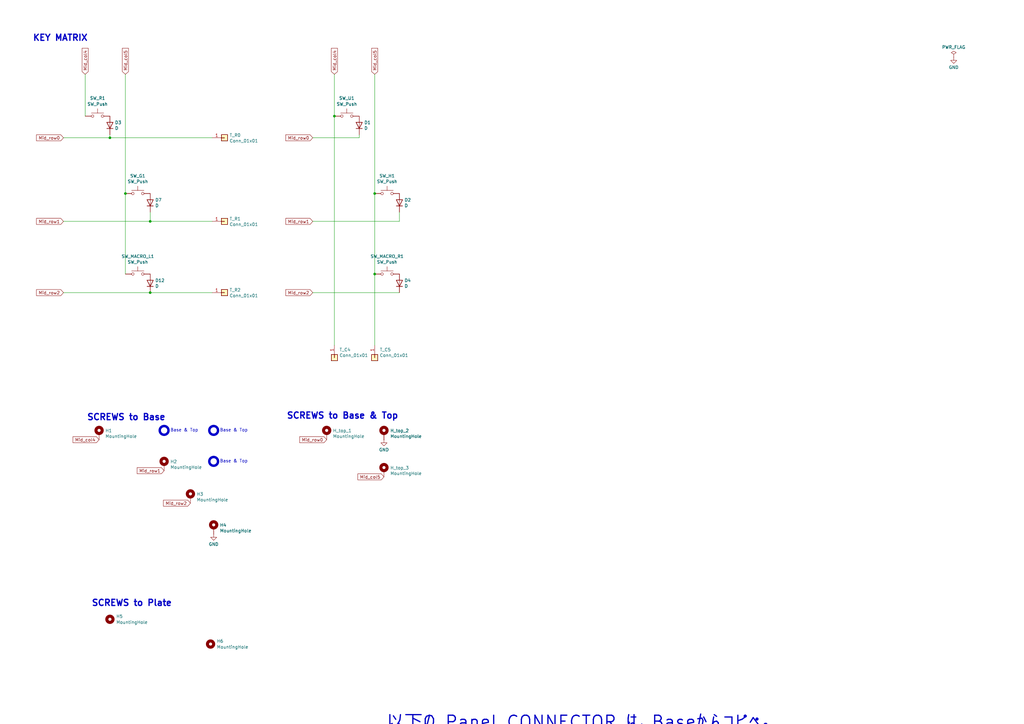
<source format=kicad_sch>
(kicad_sch (version 20231120) (generator "eeschema") (generator_version "8.0")
  (paper "A3")
  (title_block (title "Sandy") (date "2023-01-04") (rev "v.0") (company "@jpskenn"))
  (lib_symbols
    (symbol "Connector_Generic:Conn_01x01" (pin_names (offset 1.016) hide)
      (property "Reference" "J" (at 0 2.54 0))
      (property "Value" "Conn_01x01" (at 0 -2.54 0))
      (symbol "Conn_01x01_1_1"
        (rectangle (start -1.27 0.127) (end 0 -0.127) (stroke (width 0.1524)))
        (rectangle (start -1.27 1.27) (end 1.27 -1.27) (stroke (width 0.254)) (fill (type background)))
        (pin passive line (at -5.08 0 0) (length 3.81) (name "Pin_1") (number "1"))
      )
    )
    (symbol "Device:D" (pin_numbers hide) (pin_names (offset 1.016) hide)
      (property "Reference" "D" (at 0 2.54 0))
      (property "Value" "D" (at 0 -2.54 0))
      (symbol "D_0_1"
        (polyline (pts (xy -1.27 1.27) (xy -1.27 -1.27)) (stroke (width 0.254)))
        (polyline (pts (xy 1.27 0) (xy -1.27 0)))
        (polyline (pts (xy 1.27 1.27) (xy 1.27 -1.27) (xy -1.27 0) (xy 1.27 1.27)) (stroke (width 0.254)))
      )
      (symbol "D_1_1"
        (pin passive line (at -3.81 0 0) (length 2.54) (name "K") (number "1"))
        (pin passive line (at 3.81 0 180) (length 2.54) (name "A") (number "2"))
      )
    )
    (symbol "Mechanical:MountingHole" (pin_names (offset 1.016)) (exclude_from_sim yes) (in_bom no)
      (property "Reference" "H" (at 0 5.08 0))
      (property "Value" "MountingHole" (at 0 3.175 0))
      (symbol "MountingHole_0_1"
        (circle (center 0 0) (radius 1.27) (stroke (width 1.27)))
      )
    )
    (symbol "Mechanical:MountingHole_Pad" (pin_numbers hide) (pin_names (offset 1.016) hide)
      (property "Reference" "H" (at 0 6.35 0))
      (property "Value" "MountingHole_Pad" (at 0 4.445 0))
      (symbol "MountingHole_Pad_0_1"
        (circle (center 0 1.27) (radius 1.27) (stroke (width 1.27)))
      )
      (symbol "MountingHole_Pad_1_1"
        (pin input line (at 0 -2.54 90) (length 2.54) (name "1") (number "1"))
      )
    )
    (symbol "Switch:SW_Push" (pin_numbers hide) (pin_names (offset 1.016) hide)
      (property "Reference" "SW" (at 1.27 2.54 0))
      (property "Value" "SW_Push" (at 0 -1.524 0))
      (symbol "SW_Push_0_1"
        (circle (center -2.032 0) (radius 0.508))
        (polyline (pts (xy 0 1.27) (xy 0 3.048)))
        (polyline (pts (xy 2.54 1.27) (xy -2.54 1.27)))
        (circle (center 2.032 0) (radius 0.508))
        (pin passive line (at -5.08 0 0) (length 2.54) (name "1") (number "1"))
        (pin passive line (at 5.08 0 180) (length 2.54) (name "2") (number "2"))
      )
    )
    (symbol "power:GND" (power) (pin_numbers hide) (pin_names (offset 0) hide)
      (property "Value" "GND" (at 0 -3.81 0))
      (symbol "GND_0_1"
        (polyline (pts (xy 0 0) (xy 0 -1.27) (xy 1.27 -1.27) (xy 0 -2.54) (xy -1.27 -1.27) (xy 0 -1.27)))
      )
      (symbol "GND_1_1"
        (pin power_in line (at 0 0 270) (length 0) (name "~") (number "1"))
      )
    )
    (symbol "power:PWR_FLAG" (power) (pin_numbers hide) (pin_names (offset 0) hide)
      (property "Value" "PWR_FLAG" (at 0 3.81 0))
      (symbol "PWR_FLAG_0_0"
        (pin power_out line (at 0 0 90) (length 0) (name "~") (number "1"))
      )
      (symbol "PWR_FLAG_0_1"
        (polyline (pts (xy 0 0) (xy 0 1.27) (xy -1.016 1.905) (xy 0 2.54) (xy 1.016 1.905) (xy 0 1.27)))
      )
    )
  )
  (bus_alias "def-a" (members "row0" "row5" "col0" "col1"))
  (junction (at 137.16 47.625))
  (junction (at 61.595 90.805))
  (junction (at 61.595 120.015))
  (junction (at 153.67 112.395))
  (junction (at 153.67 79.375))
  (junction (at 51.435 79.375))
  (junction (at 45.085 56.515))
  (wire (pts (xy 137.16 47.625) (xy 137.16 141.605)))
  (wire (pts (xy 153.67 112.395) (xy 153.67 141.605)))
  (wire (pts (xy 45.085 56.515) (xy 86.995 56.515)))
  (wire (pts (xy 128.27 56.515) (xy 147.32 56.515)))
  (wire (pts (xy 26.035 90.805) (xy 61.595 90.805)))
  (wire (pts (xy 128.27 120.015) (xy 163.83 120.015)))
  (wire (pts (xy 34.925 30.48) (xy 34.925 47.625)))
  (wire (pts (xy 45.085 55.245) (xy 45.085 56.515)))
  (wire (pts (xy 128.27 90.805) (xy 163.83 90.805)))
  (wire (pts (xy 163.83 86.995) (xy 163.83 90.805)))
  (wire (pts (xy 61.595 86.995) (xy 61.595 90.805)))
  (wire (pts (xy 153.67 79.375) (xy 153.67 112.395)))
  (wire (pts (xy 51.435 30.48) (xy 51.435 79.375)))
  (wire (pts (xy 147.32 55.245) (xy 147.32 56.515)))
  (wire (pts (xy 61.595 120.015) (xy 86.995 120.015)))
  (wire (pts (xy 26.035 56.515) (xy 45.085 56.515)))
  (wire (pts (xy 51.435 79.375) (xy 51.435 112.395)))
  (wire (pts (xy 153.67 30.48) (xy 153.67 79.375)))
  (wire (pts (xy 137.16 30.48) (xy 137.16 47.625)))
  (wire (pts (xy 61.595 90.805) (xy 86.995 90.805)))
  (wire (pts (xy 26.035 120.015) (xy 61.595 120.015)))
  (circle (center 87.63 176.53) (radius 1.7961) (stroke (width 1)))
  (circle (center 67.31 176.53) (radius 1.7961) (stroke (width 1)))
  (circle (center 87.63 189.23) (radius 1.7961) (stroke (width 1)))
  (text "Base & Top" (at 95.885 189.23 0) (effects (font (size 1.27 1.27))))
  (text "Base & Top" (at 95.885 176.53 0) (effects (font (size 1.27 1.27))))
  (text "以下の Panel CONNECTOR は、Baseからコピペ。\nERCの警告「別パネルのラベルがどこにも接続されていない」は、無視してOK。\n\n！！！他の警告（ラベルかぶりとか）は、しっかりチェックせよ！！！" (at 158.115 323.85 0) (effects (font (size 5.08 5.08) (thickness 0.508) (bold yes)) (justify left bottom)))
  (text "SCREWS to Plate" (at 37.465 248.92 0) (effects (font (size 2.54 2.54) (thickness 0.508) (bold yes)) (justify left bottom)))
  (text "SCREWS to Base" (at 35.56 172.72 0) (effects (font (size 2.54 2.54) (thickness 0.508) (bold yes)) (justify left bottom)))
  (text "SCREWS to Base & Top" (at 117.475 172.085 0) (effects (font (size 2.54 2.54) (thickness 0.508) (bold yes)) (justify left bottom)))
  (text "KEY MATRIX" (at 13.335 17.145 0) (effects (font (size 2.54 2.54) (thickness 0.508) (bold yes)) (justify left bottom)))
  (text "Base & Top" (at 75.565 176.53 0) (effects (font (size 1.27 1.27))))
  (global_label "Mid_col4" (shape input) (at 34.925 30.48 90) (property "Intersheetrefs" "${INTERSHEET_REFS}" (effects (hide yes))) (property "シート間のリファレンス" "${INTERSHEET_REFS}" (effects (hide yes))))
  (global_label "Mid_row1" (shape input) (at 26.035 90.805 180) (property "Intersheetrefs" "${INTERSHEET_REFS}" (effects (hide yes))) (property "シート間のリファレンス" "${INTERSHEET_REFS}" (effects (hide yes))))
  (global_label "Mid_row1" (shape input) (at 67.31 193.04 180) (property "Intersheetrefs" "${INTERSHEET_REFS}" (effects (hide yes))) (property "シート間のリファレンス" "${INTERSHEET_REFS}" (effects (hide yes))))
  (global_label "Mid_row1" (shape input) (at 128.27 90.805 180) (property "Intersheetrefs" "${INTERSHEET_REFS}" (effects (hide yes))) (property "シート間のリファレンス" "${INTERSHEET_REFS}" (effects (hide yes))))
  (global_label "Mid_row2" (shape input) (at 78.105 206.375 180) (property "Intersheetrefs" "${INTERSHEET_REFS}" (effects (hide yes))) (property "シート間のリファレンス" "${INTERSHEET_REFS}" (effects (hide yes))))
  (global_label "Mid_row2" (shape input) (at 26.035 120.015 180) (property "Intersheetrefs" "${INTERSHEET_REFS}" (effects (hide yes))) (property "シート間のリファレンス" "${INTERSHEET_REFS}" (effects (hide yes))))
  (global_label "Mid_row0" (shape input) (at 26.035 56.515 180) (property "Intersheetrefs" "${INTERSHEET_REFS}" (effects (hide yes))) (property "シート間のリファレンス" "${INTERSHEET_REFS}" (effects (hide yes))))
  (global_label "Mid_col4" (shape input) (at 137.16 30.48 90) (property "Intersheetrefs" "${INTERSHEET_REFS}" (effects (hide yes))) (property "シート間のリファレンス" "${INTERSHEET_REFS}" (effects (hide yes))))
  (global_label "Mid_row0" (shape input) (at 133.985 180.34 180) (property "Intersheetrefs" "${INTERSHEET_REFS}" (effects (hide yes))) (property "シート間のリファレンス" "${INTERSHEET_REFS}" (effects (hide yes))))
  (global_label "Mid_col5" (shape input) (at 153.67 30.48 90) (property "Intersheetrefs" "${INTERSHEET_REFS}" (effects (hide yes))) (property "シート間のリファレンス" "${INTERSHEET_REFS}" (effects (hide yes))))
  (global_label "Mid_col5" (shape input) (at 157.48 195.58 180) (property "Intersheetrefs" "${INTERSHEET_REFS}" (effects (hide yes))) (property "シート間のリファレンス" "${INTERSHEET_REFS}" (effects (hide yes))))
  (global_label "Mid_col4" (shape input) (at 40.64 180.34 180) (property "Intersheetrefs" "${INTERSHEET_REFS}" (effects (hide yes))) (property "シート間のリファレンス" "${INTERSHEET_REFS}" (effects (hide yes))))
  (global_label "Mid_row0" (shape input) (at 128.27 56.515 180) (property "Intersheetrefs" "${INTERSHEET_REFS}" (effects (hide yes))) (property "シート間のリファレンス" "${INTERSHEET_REFS}" (effects (hide yes))))
  (global_label "Mid_row2" (shape input) (at 128.27 120.015 180) (property "Intersheetrefs" "${INTERSHEET_REFS}" (effects (hide yes))) (property "シート間のリファレンス" "${INTERSHEET_REFS}" (effects (hide yes))))
  (global_label "Mid_col5" (shape input) (at 51.435 30.48 90) (property "Intersheetrefs" "${INTERSHEET_REFS}" (effects (hide yes))) (property "シート間のリファレンス" "${INTERSHEET_REFS}" (effects (hide yes))))
  (symbol (lib_id "Device:D") (at 45.085 51.435 90) (unit 1)
    (property "Reference" "D3" (at 47.117 50.2666 90) (effects (justify right)))
    (property "Value" "D" (at 47.117 52.578 90) (effects (justify right)))
    (property "Footprint" "locallib:D_SOD-123_Emphasized_Direction_Line" (effects (hide yes)))
    (property "LCSC" "C81598" (effects (hide yes)))
    (property "Sim.Device" "D" (effects (hide yes)))
    (property "Sim.Pins" "1=K 2=A" (effects (hide yes)))
  )
  (symbol (lib_id "Mechanical:MountingHole_Pad") (at 78.105 203.835 0) (unit 1)
    (property "Reference" "H3" (at 80.645 202.6666 0) (effects (justify left)))
    (property "Value" "MountingHole" (at 80.645 204.978 0) (effects (justify left)))
    (property "Footprint" "locallib:MountingHole_2.2mm_M2_Pad_minimal" (effects (hide yes)))
  )
  (symbol (lib_id "Mechanical:MountingHole_Pad") (at 157.48 193.04 0) (unit 1)
    (property "Reference" "H_top_3" (at 160.02 191.8716 0) (effects (justify left)))
    (property "Value" "MountingHole" (at 160.02 194.183 0) (effects (justify left)))
    (property "Footprint" "locallib:MountingHole_2.2mm_M2_Pad_minimal" (effects (hide yes)))
  )
  (symbol (lib_id "Mechanical:MountingHole_Pad") (at 87.63 216.535 0) (unit 1)
    (property "Reference" "H4" (at 90.17 215.3666 0) (effects (justify left)))
    (property "Value" "MountingHole" (at 90.17 217.678 0) (effects (justify left)))
    (property "Footprint" "locallib:MountingHole_2.2mm_M2_Pad_minimal" (effects (hide yes)))
  )
  (symbol (lib_id "Connector_Generic:Conn_01x01") (at 92.075 56.515 0) (unit 1)
    (property "Reference" "T_R0" (at 94.107 55.4482 0) (effects (justify left)))
    (property "Value" "Conn_01x01" (at 94.107 57.7596 0) (effects (justify left)))
    (property "Footprint" "locallib:TestPoint_THTPad_D2.0mm_Drill1.0mm" (effects (hide yes)))
  )
  (symbol (lib_id "Switch:SW_Push") (at 40.005 47.625 0) (unit 1)
    (property "Reference" "SW_R1" (at 40.005 40.259 0))
    (property "Value" "SW_Push" (at 40.005 42.6974 0))
    (property "Footprint" "locallib:Kailh_socket_ChocV2_small_#2pad" (effects (hide yes)))
  )
  (symbol (lib_id "Mechanical:MountingHole_Pad") (at 40.64 177.8 0) (unit 1)
    (property "Reference" "H1" (at 43.18 176.6316 0) (effects (justify left)))
    (property "Value" "MountingHole" (at 43.18 178.943 0) (effects (justify left)))
    (property "Footprint" "locallib:MountingHole_2.2mm_M2_Pad_minimal" (effects (hide yes)))
  )
  (symbol (lib_id "Switch:SW_Push") (at 158.75 79.375 0) (unit 1)
    (property "Reference" "SW_H1" (at 158.75 72.136 0))
    (property "Value" "SW_Push" (at 158.75 74.4474 0))
    (property "Footprint" "locallib:Kailh_socket_ChocV2_for_Reverse" (effects (hide yes)))
  )
  (symbol (lib_id "Mechanical:MountingHole_Pad") (at 133.985 177.8 0) (unit 1)
    (property "Reference" "H_top_1" (at 136.525 176.6316 0) (effects (justify left)))
    (property "Value" "MountingHole" (at 136.525 178.943 0) (effects (justify left)))
    (property "Footprint" "locallib:MountingHole_2.2mm_M2_Pad_minimal" (effects (hide yes)))
  )
  (symbol (lib_id "Mechanical:MountingHole_Pad") (at 67.31 190.5 0) (unit 1)
    (property "Reference" "H2" (at 69.85 189.3316 0) (effects (justify left)))
    (property "Value" "MountingHole" (at 69.85 191.643 0) (effects (justify left)))
    (property "Footprint" "locallib:MountingHole_2.2mm_M2_Pad_minimal" (effects (hide yes)))
  )
  (symbol (lib_id "Mechanical:MountingHole") (at 86.36 264.16 0) (unit 1) (exclude_from_sim yes) (in_bom no)
    (property "Reference" "H6" (at 88.9 262.9478 0) (effects (justify left)))
    (property "Value" "MountingHole" (at 88.9 265.3721 0) (effects (justify left)))
    (property "Footprint" "locallib:MountingHole_M2_Through-hole_tap_THC-0.8-x-2" (effects (hide yes)))
    (property "Description" "Mounting Hole without connection" (effects (hide yes)))
  )
  (symbol (lib_id "Mechanical:MountingHole") (at 45.085 254 0) (unit 1) (exclude_from_sim yes) (in_bom no)
    (property "Reference" "H5" (at 47.625 252.7878 0) (effects (justify left)))
    (property "Value" "MountingHole" (at 47.625 255.2121 0) (effects (justify left)))
    (property "Footprint" "locallib:MountingHole_M2_Through-hole_tap_THC-0.8-x-2" (effects (hide yes)))
    (property "Description" "Mounting Hole without connection" (effects (hide yes)))
  )
  (symbol (lib_id "Device:D") (at 147.32 51.435 90) (unit 1)
    (property "Reference" "D1" (at 149.352 50.2666 90) (effects (justify right)))
    (property "Value" "D" (at 149.352 52.578 90) (effects (justify right)))
    (property "Footprint" "locallib:D_SOD-123_Emphasized_Direction_Line" (effects (hide yes)))
    (property "LCSC" "C81598" (effects (hide yes)))
    (property "Sim.Device" "D" (effects (hide yes)))
    (property "Sim.Pins" "1=K 2=A" (effects (hide yes)))
  )
  (symbol (lib_id "Connector_Generic:Conn_01x01") (at 137.16 146.685 270) (unit 1)
    (property "Reference" "T_C4" (at 139.192 143.4338 90) (effects (justify left)))
    (property "Value" "Conn_01x01" (at 139.192 145.7452 90) (effects (justify left)))
    (property "Footprint" "locallib:TestPoint_THTPad_D2.0mm_Drill1.0mm" (effects (hide yes)))
  )
  (symbol (lib_id "Device:D") (at 163.83 116.205 90) (unit 1)
    (property "Reference" "D4" (at 165.862 115.0366 90) (effects (justify right)))
    (property "Value" "D" (at 165.862 117.348 90) (effects (justify right)))
    (property "Footprint" "locallib:D_SOD-123_Emphasized_Direction_Line" (effects (hide yes)))
    (property "LCSC" "C81598" (effects (hide yes)))
    (property "Sim.Device" "D" (effects (hide yes)))
    (property "Sim.Pins" "1=K 2=A" (effects (hide yes)))
  )
  (symbol (lib_id "Device:D") (at 61.595 83.185 90) (unit 1)
    (property "Reference" "D7" (at 63.627 82.0166 90) (effects (justify right)))
    (property "Value" "D" (at 63.627 84.328 90) (effects (justify right)))
    (property "Footprint" "locallib:D_SOD-123_Emphasized_Direction_Line" (effects (hide yes)))
    (property "LCSC" "C81598" (effects (hide yes)))
    (property "Sim.Device" "D" (effects (hide yes)))
    (property "Sim.Pins" "1=K 2=A" (effects (hide yes)))
  )
  (symbol (lib_id "Connector_Generic:Conn_01x01") (at 92.075 120.015 0) (unit 1)
    (property "Reference" "T_R2" (at 94.107 118.9482 0) (effects (justify left)))
    (property "Value" "Conn_01x01" (at 94.107 121.2596 0) (effects (justify left)))
    (property "Footprint" "locallib:TestPoint_THTPad_D2.0mm_Drill1.0mm" (effects (hide yes)))
  )
  (symbol (lib_id "Mechanical:MountingHole_Pad") (at 157.48 177.8 0) (unit 1)
    (property "Reference" "H_top_2" (at 160.02 176.6316 0) (effects (justify left)))
    (property "Value" "MountingHole" (at 160.02 178.943 0) (effects (justify left)))
    (property "Footprint" "locallib:MountingHole_2.2mm_M2_Pad_minimal" (effects (hide yes)))
  )
  (symbol (lib_id "Connector_Generic:Conn_01x01") (at 92.075 90.805 0) (unit 1)
    (property "Reference" "T_R1" (at 94.107 89.7382 0) (effects (justify left)))
    (property "Value" "Conn_01x01" (at 94.107 92.0496 0) (effects (justify left)))
    (property "Footprint" "locallib:TestPoint_THTPad_D2.0mm_Drill1.0mm" (effects (hide yes)))
  )
  (symbol (lib_id "Device:D") (at 163.83 83.185 90) (unit 1)
    (property "Reference" "D2" (at 165.862 82.0166 90) (effects (justify right)))
    (property "Value" "D" (at 165.862 84.328 90) (effects (justify right)))
    (property "Footprint" "locallib:D_SOD-123_Emphasized_Direction_Line" (effects (hide yes)))
    (property "LCSC" "C81598" (effects (hide yes)))
    (property "Sim.Device" "D" (effects (hide yes)))
    (property "Sim.Pins" "1=K 2=A" (effects (hide yes)))
  )
  (symbol (lib_id "power:GND") (at 391.16 23.495 0) (unit 1)
    (property "Reference" "#PWR02" (effects (hide yes)))
    (property "Value" "GND" (at 391.16 27.6281 0))
    (property "Description" "Power symbol creates a global label with name \"GND\" , ground" (effects (hide yes)))
  )
  (symbol (lib_id "Switch:SW_Push") (at 158.75 112.395 0) (unit 1)
    (property "Reference" "SW_MACRO_R1" (at 158.75 105.156 0))
    (property "Value" "SW_Push" (at 158.75 107.4674 0))
    (property "Footprint" "locallib:Kailh_socket_ChocV2_for_Reverse" (effects (hide yes)))
  )
  (symbol (lib_id "Switch:SW_Push") (at 56.515 79.375 0) (unit 1)
    (property "Reference" "SW_G1" (at 56.515 72.136 0))
    (property "Value" "SW_Push" (at 56.515 74.4474 0))
    (property "Footprint" "locallib:Kailh_socket_ChocV2_small_#2pad" (effects (hide yes)))
  )
  (symbol (lib_id "Connector_Generic:Conn_01x01") (at 153.67 146.685 270) (unit 1)
    (property "Reference" "T_C5" (at 155.702 143.4338 90) (effects (justify left)))
    (property "Value" "Conn_01x01" (at 155.702 145.7452 90) (effects (justify left)))
    (property "Footprint" "locallib:TestPoint_THTPad_D2.0mm_Drill1.0mm" (effects (hide yes)))
  )
  (symbol (lib_id "Switch:SW_Push") (at 142.24 47.625 0) (unit 1)
    (property "Reference" "SW_U1" (at 142.24 40.259 0))
    (property "Value" "SW_Push" (at 142.24 42.6974 0))
    (property "Footprint" "locallib:Kailh_socket_ChocV2_for_Reverse" (effects (hide yes)))
  )
  (symbol (lib_id "power:PWR_FLAG") (at 391.16 23.495 0) (unit 1)
    (property "Reference" "#FLG01" (effects (hide yes)))
    (property "Value" "PWR_FLAG" (at 391.16 19.3619 0))
    (property "Description" "Special symbol for telling ERC where power comes from" (effects (hide yes)))
  )
  (symbol (lib_id "Device:D") (at 61.595 116.205 90) (unit 1)
    (property "Reference" "D12" (at 63.627 115.0366 90) (effects (justify right)))
    (property "Value" "D" (at 63.627 117.348 90) (effects (justify right)))
    (property "Footprint" "locallib:D_SOD-123_Emphasized_Direction_Line" (effects (hide yes)))
    (property "LCSC" "C81598" (effects (hide yes)))
    (property "Sim.Device" "D" (effects (hide yes)))
    (property "Sim.Pins" "1=K 2=A" (effects (hide yes)))
  )
  (symbol (lib_id "power:GND") (at 87.63 219.075 0) (unit 1)
    (property "Reference" "#PWR07" (effects (hide yes)))
    (property "Value" "GND" (at 87.63 223.2081 0))
    (property "Description" "Power symbol creates a global label with name \"GND\" , ground" (effects (hide yes)))
  )
  (symbol (lib_id "power:GND") (at 157.48 180.34 0) (unit 1)
    (property "Reference" "#PWR06" (effects (hide yes)))
    (property "Value" "GND" (at 157.48 184.4731 0))
    (property "Description" "Power symbol creates a global label with name \"GND\" , ground" (effects (hide yes)))
  )
  (symbol (lib_id "Switch:SW_Push") (at 56.515 112.395 0) (unit 1)
    (property "Reference" "SW_MACRO_L1" (at 56.515 105.156 0))
    (property "Value" "SW_Push" (at 56.515 107.4674 0))
    (property "Footprint" "locallib:Kailh_socket_ChocV2_small_#2pad" (effects (hide yes)))
  )
)
</source>
